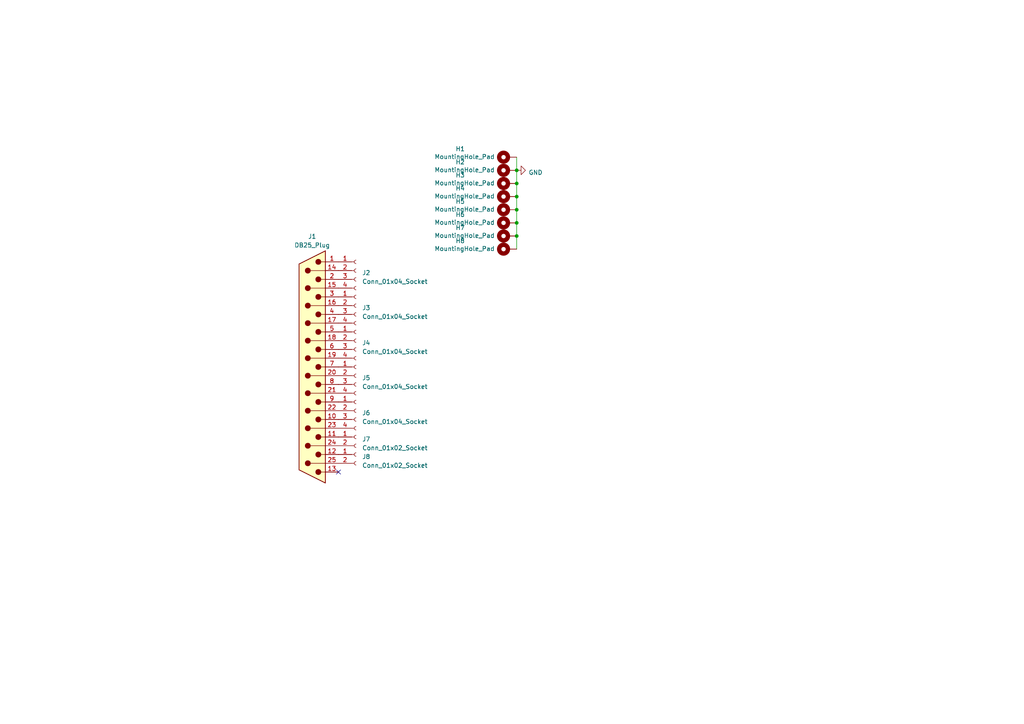
<source format=kicad_sch>
(kicad_sch (version 20230121) (generator eeschema)
  (paper "A4")
  (lib_symbols
    (symbol "Connector:Conn_01x02_Socket" (pin_names (offset 1.016) hide)
      (property "Reference" "J" (at 0 2.54 0))
      (property "Value" "Conn_01x02_Socket" (at 0 -5.08 0))
      (symbol "Conn_01x02_Socket_1_1"
        (arc (start 0 -2.032) (mid -0.5058 -2.54) (end 0 -3.048) (stroke (width 0.1524)))
        (polyline (pts (xy -1.27 -2.54) (xy -0.508 -2.54)) (stroke (width 0.1524)))
        (polyline (pts (xy -1.27 0) (xy -0.508 0)) (stroke (width 0.1524)))
        (arc (start 0 0.508) (mid -0.5058 0) (end 0 -0.508) (stroke (width 0.1524)))
        (pin passive line (at -5.08 0 0) (length 3.81) (name "Pin_1") (number "1"))
        (pin passive line (at -5.08 -2.54 0) (length 3.81) (name "Pin_2") (number "2"))
      )
    )
    (symbol "Connector:Conn_01x04_Socket" (pin_names (offset 1.016) hide)
      (property "Reference" "J" (at 0 5.08 0))
      (property "Value" "Conn_01x04_Socket" (at 0 -7.62 0))
      (symbol "Conn_01x04_Socket_1_1"
        (arc (start 0 -4.572) (mid -0.5058 -5.08) (end 0 -5.588) (stroke (width 0.1524)))
        (arc (start 0 -2.032) (mid -0.5058 -2.54) (end 0 -3.048) (stroke (width 0.1524)))
        (polyline (pts (xy -1.27 -5.08) (xy -0.508 -5.08)) (stroke (width 0.1524)))
        (polyline (pts (xy -1.27 -2.54) (xy -0.508 -2.54)) (stroke (width 0.1524)))
        (polyline (pts (xy -1.27 0) (xy -0.508 0)) (stroke (width 0.1524)))
        (polyline (pts (xy -1.27 2.54) (xy -0.508 2.54)) (stroke (width 0.1524)))
        (arc (start 0 0.508) (mid -0.5058 0) (end 0 -0.508) (stroke (width 0.1524)))
        (arc (start 0 3.048) (mid -0.5058 2.54) (end 0 2.032) (stroke (width 0.1524)))
        (pin passive line (at -5.08 2.54 0) (length 3.81) (name "Pin_1") (number "1"))
        (pin passive line (at -5.08 0 0) (length 3.81) (name "Pin_2") (number "2"))
        (pin passive line (at -5.08 -2.54 0) (length 3.81) (name "Pin_3") (number "3"))
        (pin passive line (at -5.08 -5.08 0) (length 3.81) (name "Pin_4") (number "4"))
      )
    )
    (symbol "Connector:DB25_Plug" (pin_names (offset 1.016) hide)
      (property "Reference" "J" (at 0 34.29 0))
      (property "Value" "DB25_Plug" (at 0 -34.925 0))
      (symbol "DB25_Plug_0_1"
        (circle (center -1.778 -30.48) (radius 0.762) (fill (type outline)))
        (circle (center -1.778 -25.4) (radius 0.762) (fill (type outline)))
        (circle (center -1.778 -20.32) (radius 0.762) (fill (type outline)))
        (circle (center -1.778 -15.24) (radius 0.762) (fill (type outline)))
        (circle (center -1.778 -10.16) (radius 0.762) (fill (type outline)))
        (circle (center -1.778 -5.08) (radius 0.762) (fill (type outline)))
        (circle (center -1.778 0) (radius 0.762) (fill (type outline)))
        (circle (center -1.778 5.08) (radius 0.762) (fill (type outline)))
        (circle (center -1.778 10.16) (radius 0.762) (fill (type outline)))
        (circle (center -1.778 15.24) (radius 0.762) (fill (type outline)))
        (circle (center -1.778 20.32) (radius 0.762) (fill (type outline)))
        (circle (center -1.778 25.4) (radius 0.762) (fill (type outline)))
        (circle (center -1.778 30.48) (radius 0.762) (fill (type outline)))
        (polyline (pts (xy -3.81 -30.48) (xy -2.54 -30.48)))
        (polyline (pts (xy -3.81 -27.94) (xy 0.508 -27.94)))
        (polyline (pts (xy -3.81 -25.4) (xy -2.54 -25.4)))
        (polyline (pts (xy -3.81 -22.86) (xy 0.508 -22.86)))
        (polyline (pts (xy -3.81 -20.32) (xy -2.54 -20.32)))
        (polyline (pts (xy -3.81 -17.78) (xy 0.508 -17.78)))
        (polyline (pts (xy -3.81 -15.24) (xy -2.54 -15.24)))
        (polyline (pts (xy -3.81 -12.7) (xy 0.508 -12.7)))
        (polyline (pts (xy -3.81 -10.16) (xy -2.54 -10.16)))
        (polyline (pts (xy -3.81 -7.62) (xy 0.508 -7.62)))
        (polyline (pts (xy -3.81 -5.08) (xy -2.54 -5.08)))
        (polyline (pts (xy -3.81 -2.54) (xy 0.508 -2.54)))
        (polyline (pts (xy -3.81 0) (xy -2.54 0)))
        (polyline (pts (xy -3.81 2.54) (xy 0.508 2.54)))
        (polyline (pts (xy -3.81 5.08) (xy -2.54 5.08)))
        (polyline (pts (xy -3.81 7.62) (xy 0.508 7.62)))
        (polyline (pts (xy -3.81 10.16) (xy -2.54 10.16)))
        (polyline (pts (xy -3.81 12.7) (xy 0.508 12.7)))
        (polyline (pts (xy -3.81 15.24) (xy -2.54 15.24)))
        (polyline (pts (xy -3.81 17.78) (xy 0.508 17.78)))
        (polyline (pts (xy -3.81 20.32) (xy -2.54 20.32)))
        (polyline (pts (xy -3.81 22.86) (xy 0.508 22.86)))
        (polyline (pts (xy -3.81 25.4) (xy -2.54 25.4)))
        (polyline (pts (xy -3.81 27.94) (xy 0.508 27.94)))
        (polyline (pts (xy -3.81 30.48) (xy -2.54 30.48)))
        (polyline (pts (xy -3.81 -33.655) (xy 3.81 -29.845) (xy 3.81 29.845) (xy -3.81 33.655) (xy -3.81 -33.655)) (stroke (width 0.254)) (fill (type background)))
        (circle (center 1.27 -27.94) (radius 0.762) (fill (type outline)))
        (circle (center 1.27 -22.86) (radius 0.762) (fill (type outline)))
        (circle (center 1.27 -17.78) (radius 0.762) (fill (type outline)))
        (circle (center 1.27 -12.7) (radius 0.762) (fill (type outline)))
        (circle (center 1.27 -7.62) (radius 0.762) (fill (type outline)))
        (circle (center 1.27 -2.54) (radius 0.762) (fill (type outline)))
        (circle (center 1.27 2.54) (radius 0.762) (fill (type outline)))
        (circle (center 1.27 7.62) (radius 0.762) (fill (type outline)))
        (circle (center 1.27 12.7) (radius 0.762) (fill (type outline)))
        (circle (center 1.27 17.78) (radius 0.762) (fill (type outline)))
        (circle (center 1.27 22.86) (radius 0.762) (fill (type outline)))
        (circle (center 1.27 27.94) (radius 0.762) (fill (type outline)))
      )
      (symbol "DB25_Plug_1_1"
        (pin passive line (at -7.62 -30.48 0) (length 3.81) (name "1") (number "1"))
        (pin passive line (at -7.62 15.24 0) (length 3.81) (name "10") (number "10"))
        (pin passive line (at -7.62 20.32 0) (length 3.81) (name "11") (number "11"))
        (pin passive line (at -7.62 25.4 0) (length 3.81) (name "12") (number "12"))
        (pin passive line (at -7.62 30.48 0) (length 3.81) (name "13") (number "13"))
        (pin passive line (at -7.62 -27.94 0) (length 3.81) (name "P14") (number "14"))
        (pin passive line (at -7.62 -22.86 0) (length 3.81) (name "P15") (number "15"))
        (pin passive line (at -7.62 -17.78 0) (length 3.81) (name "P16") (number "16"))
        (pin passive line (at -7.62 -12.7 0) (length 3.81) (name "P17") (number "17"))
        (pin passive line (at -7.62 -7.62 0) (length 3.81) (name "P18") (number "18"))
        (pin passive line (at -7.62 -2.54 0) (length 3.81) (name "P19") (number "19"))
        (pin passive line (at -7.62 -25.4 0) (length 3.81) (name "2") (number "2"))
        (pin passive line (at -7.62 2.54 0) (length 3.81) (name "P20") (number "20"))
        (pin passive line (at -7.62 7.62 0) (length 3.81) (name "P21") (number "21"))
        (pin passive line (at -7.62 12.7 0) (length 3.81) (name "P22") (number "22"))
        (pin passive line (at -7.62 17.78 0) (length 3.81) (name "P23") (number "23"))
        (pin passive line (at -7.62 22.86 0) (length 3.81) (name "P24") (number "24"))
        (pin passive line (at -7.62 27.94 0) (length 3.81) (name "P25") (number "25"))
        (pin passive line (at -7.62 -20.32 0) (length 3.81) (name "3") (number "3"))
        (pin passive line (at -7.62 -15.24 0) (length 3.81) (name "4") (number "4"))
        (pin passive line (at -7.62 -10.16 0) (length 3.81) (name "5") (number "5"))
        (pin passive line (at -7.62 -5.08 0) (length 3.81) (name "6") (number "6"))
        (pin passive line (at -7.62 0 0) (length 3.81) (name "7") (number "7"))
        (pin passive line (at -7.62 5.08 0) (length 3.81) (name "8") (number "8"))
        (pin passive line (at -7.62 10.16 0) (length 3.81) (name "9") (number "9"))
      )
    )
    (symbol "Mechanical:MountingHole_Pad" (pin_numbers hide) (pin_names (offset 1.016) hide)
      (property "Reference" "H" (at 0 6.35 0))
      (property "Value" "MountingHole_Pad" (at 0 4.445 0))
      (symbol "MountingHole_Pad_0_1"
        (circle (center 0 1.27) (radius 1.27) (stroke (width 1.27)))
      )
      (symbol "MountingHole_Pad_1_1"
        (pin input line (at 0 -2.54 90) (length 2.54) (name "1") (number "1"))
      )
    )
    (symbol "power:GND" (power) (pin_names (offset 0))
      (property "Value" "GND" (at 0 -3.81 0))
      (symbol "GND_0_1"
        (polyline (pts (xy 0 0) (xy 0 -1.27) (xy 1.27 -1.27) (xy 0 -2.54) (xy -1.27 -1.27) (xy 0 -1.27)))
      )
      (symbol "GND_1_1"
        (pin power_in line (at 0 0 270) (length 0) hide (name "GND") (number "1"))
      )
    )
  )
  (junction (at 149.86 68.453))
  (junction (at 149.86 64.643))
  (junction (at 149.86 49.403))
  (junction (at 149.86 53.213))
  (junction (at 149.86 57.023))
  (junction (at 149.86 60.833))
  (no_connect (at 98.171 136.906))
  (wire (pts (xy 149.86 64.643) (xy 149.86 68.453)))
  (wire (pts (xy 149.86 60.833) (xy 149.86 64.643)))
  (wire (pts (xy 149.86 68.453) (xy 149.86 72.263)))
  (wire (pts (xy 149.86 49.403) (xy 149.86 53.213)))
  (wire (pts (xy 149.86 57.023) (xy 149.86 60.833)))
  (wire (pts (xy 149.86 53.213) (xy 149.86 57.023)))
  (wire (pts (xy 149.86 45.593) (xy 149.86 49.403)))
  (symbol (lib_id "Mechanical:MountingHole_Pad") (at 147.32 57.023 90) (unit 1)
    (property "Reference" "H4" (at 133.477 54.61 90))
    (property "Value" "MountingHole_Pad" (at 134.747 56.896 90))
    (property "Footprint" "MountingHole:MountingHole_5mm_Pad" (effects hide))
  )
  (symbol (lib_id "power:GND") (at 149.86 49.403 90) (unit 1)
    (property "Reference" "#PWR01" (effects hide))
    (property "Value" "GND" (at 153.289 50.038 90) (effects (justify right)))
  )
  (symbol (lib_id "Connector:Conn_01x04_Socket") (at 103.251 119.126 0) (unit 1)
    (property "Reference" "J6" (at 105.029 119.761 0) (effects (justify left)))
    (property "Value" "Conn_01x04_Socket" (at 105.029 122.301 0) (effects (justify left)))
    (property "Footprint" "Connector_PinSocket_2.54mm:PinSocket_1x04_P2.54mm_Vertical" (effects hide))
    (property "LCSC" "C2718488" (effects hide))
  )
  (symbol (lib_id "Connector:Conn_01x04_Socket") (at 103.251 88.646 0) (unit 1)
    (property "Reference" "J3" (at 105.029 89.281 0) (effects (justify left)))
    (property "Value" "Conn_01x04_Socket" (at 105.029 91.821 0) (effects (justify left)))
    (property "Footprint" "Connector_PinSocket_2.54mm:PinSocket_1x04_P2.54mm_Vertical" (effects hide))
    (property "LCSC" "C2718488" (effects hide))
  )
  (symbol (lib_id "Mechanical:MountingHole_Pad") (at 147.32 49.403 90) (unit 1)
    (property "Reference" "H2" (at 133.477 46.99 90))
    (property "Value" "MountingHole_Pad" (at 134.747 49.276 90))
    (property "Footprint" "MountingHole:MountingHole_5mm_Pad" (effects hide))
  )
  (symbol (lib_id "Mechanical:MountingHole_Pad") (at 147.32 45.593 90) (unit 1)
    (property "Reference" "H1" (at 133.477 43.18 90))
    (property "Value" "MountingHole_Pad" (at 134.747 45.466 90))
    (property "Footprint" "MountingHole:MountingHole_5mm_Pad" (effects hide))
  )
  (symbol (lib_id "Mechanical:MountingHole_Pad") (at 147.32 53.213 90) (unit 1)
    (property "Reference" "H3" (at 133.477 50.8 90))
    (property "Value" "MountingHole_Pad" (at 134.747 53.086 90))
    (property "Footprint" "MountingHole:MountingHole_5mm_Pad" (effects hide))
  )
  (symbol (lib_id "Mechanical:MountingHole_Pad") (at 147.32 72.263 90) (unit 1)
    (property "Reference" "H8" (at 133.477 69.85 90))
    (property "Value" "MountingHole_Pad" (at 134.747 72.136 90))
    (property "Footprint" "MountingHole:MountingHole_5mm_Pad" (effects hide))
  )
  (symbol (lib_id "Connector:Conn_01x04_Socket") (at 103.251 78.486 0) (unit 1)
    (property "Reference" "J2" (at 105.029 79.121 0) (effects (justify left)))
    (property "Value" "Conn_01x04_Socket" (at 105.029 81.661 0) (effects (justify left)))
    (property "Footprint" "Connector_PinSocket_2.54mm:PinSocket_1x04_P2.54mm_Vertical" (effects hide))
    (property "LCSC" "C2718488" (effects hide))
  )
  (symbol (lib_id "Connector:Conn_01x04_Socket") (at 103.251 98.806 0) (unit 1)
    (property "Reference" "J4" (at 105.029 99.441 0) (effects (justify left)))
    (property "Value" "Conn_01x04_Socket" (at 105.029 101.981 0) (effects (justify left)))
    (property "Footprint" "Connector_PinSocket_2.54mm:PinSocket_1x04_P2.54mm_Vertical" (effects hide))
    (property "LCSC" "C2718488" (effects hide))
  )
  (symbol (lib_id "Mechanical:MountingHole_Pad") (at 147.32 60.833 90) (unit 1)
    (property "Reference" "H5" (at 133.477 58.42 90))
    (property "Value" "MountingHole_Pad" (at 134.747 60.706 90))
    (property "Footprint" "MountingHole:MountingHole_5mm_Pad" (effects hide))
  )
  (symbol (lib_id "Connector:Conn_01x02_Socket") (at 103.251 126.746 0) (unit 1)
    (property "Reference" "J7" (at 105.029 127.381 0) (effects (justify left)))
    (property "Value" "Conn_01x02_Socket" (at 105.029 129.921 0) (effects (justify left)))
    (property "Footprint" "Connector_PinSocket_2.54mm:PinSocket_1x02_P2.54mm_Vertical" (effects hide))
    (property "LCSC" "C2935896" (effects hide))
  )
  (symbol (lib_id "Mechanical:MountingHole_Pad") (at 147.32 64.643 90) (unit 1)
    (property "Reference" "H6" (at 133.477 62.23 90))
    (property "Value" "MountingHole_Pad" (at 134.747 64.516 90))
    (property "Footprint" "MountingHole:MountingHole_5mm_Pad" (effects hide))
  )
  (symbol (lib_id "Connector:Conn_01x04_Socket") (at 103.251 108.966 0) (unit 1)
    (property "Reference" "J5" (at 105.029 109.601 0) (effects (justify left)))
    (property "Value" "Conn_01x04_Socket" (at 105.029 112.141 0) (effects (justify left)))
    (property "Footprint" "Connector_PinSocket_2.54mm:PinSocket_1x04_P2.54mm_Vertical" (effects hide))
    (property "LCSC" "C2718488" (effects hide))
  )
  (symbol (lib_id "Mechanical:MountingHole_Pad") (at 147.32 68.453 90) (unit 1)
    (property "Reference" "H7" (at 133.477 66.04 90))
    (property "Value" "MountingHole_Pad" (at 134.747 68.326 90))
    (property "Footprint" "MountingHole:MountingHole_5mm_Pad" (effects hide))
  )
  (symbol (lib_id "Connector:DB25_Plug") (at 90.551 106.426 180) (unit 1)
    (property "Reference" "J1" (at 90.551 68.58 0))
    (property "Value" "DB25_Plug" (at 90.551 71.12 0))
    (property "Footprint" "0_footprint_lib:DB25-TH_FDB2501-M0DB300K6KA" (effects hide))
    (property "Datasheet" " ~" (effects hide))
    (property "LCSC" "C2834344" (effects hide))
  )
  (symbol (lib_id "Connector:Conn_01x02_Socket") (at 103.251 131.826 0) (unit 1)
    (property "Reference" "J8" (at 105.029 132.461 0) (effects (justify left)))
    (property "Value" "Conn_01x02_Socket" (at 105.029 135.001 0) (effects (justify left)))
    (property "Footprint" "Connector_PinSocket_2.54mm:PinSocket_1x02_P2.54mm_Vertical" (effects hide))
    (property "LCSC" "C2935896" (effects hide))
  )
)
</source>
